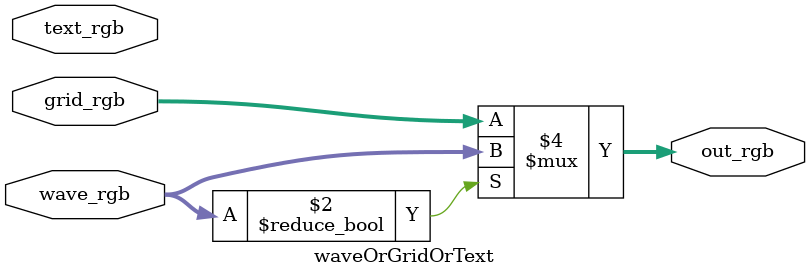
<source format=v>
module waveOrGridOrText(input[2:0] grid_rgb, wave_rgb, text_rgb, output reg[2:0] out_rgb);
	always@(*) begin
		if (wave_rgb != 0)
			out_rgb = wave_rgb;
		else
			out_rgb = grid_rgb;
	end
endmodule
</source>
